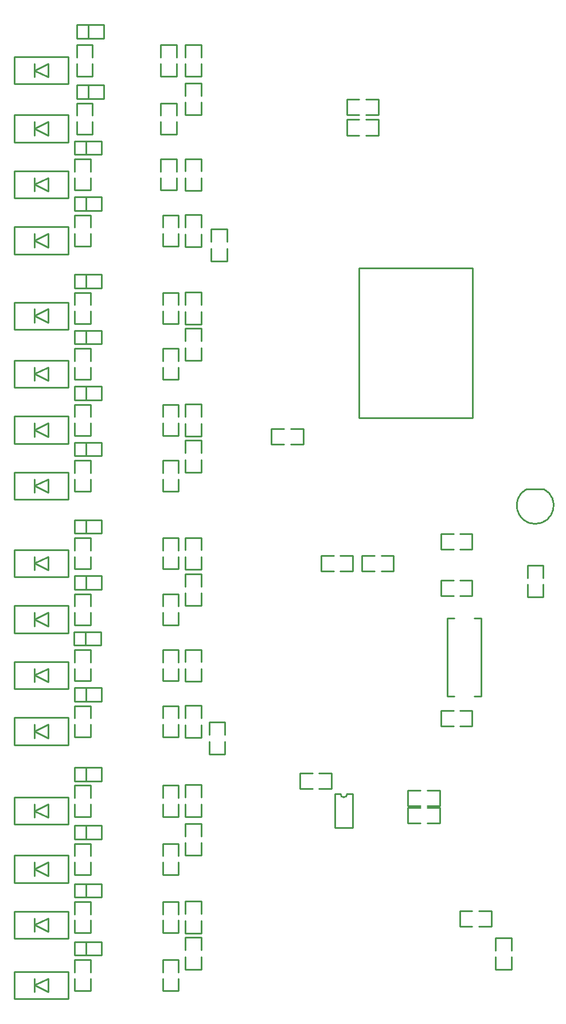
<source format=gbr>
G04 DipTrace 3.0.0.1*
G04 Íèæíÿÿìàðêèðîâêà.gbr*
%MOIN*%
G04 #@! TF.FileFunction,Legend,Bot*
G04 #@! TF.Part,Single*
%ADD10C,0.009843*%
%FSLAX26Y26*%
G04*
G70*
G90*
G75*
G01*
G04 BotSilk*
%LPD*%
X1708983Y5908074D2*
D10*
Y5835228D1*
X1618425D1*
Y5908074D1*
X1708983Y6016339D2*
Y5943493D1*
Y6016339D2*
X1618425D1*
Y5943493D2*
Y6016339D1*
X1708983Y5570554D2*
Y5497709D1*
X1618425D1*
Y5570554D1*
X1708983Y5678819D2*
Y5605973D1*
Y5678819D2*
X1618425D1*
Y5605973D2*
Y5678819D1*
X1696483Y5245554D2*
Y5172709D1*
X1605925D1*
Y5245554D1*
X1696483Y5353819D2*
Y5280973D1*
Y5353819D2*
X1605925D1*
Y5280973D2*
Y5353819D1*
X1696483Y4920554D2*
Y4847709D1*
X1605925D1*
Y4920554D1*
X1696483Y5028819D2*
Y4955973D1*
Y5028819D2*
X1605925D1*
Y4955973D2*
Y5028819D1*
X1696483Y4470594D2*
Y4397748D1*
X1605925D1*
Y4470594D1*
X1696483Y4578858D2*
Y4506013D1*
Y4578858D2*
X1605925D1*
Y4506013D2*
Y4578858D1*
X1696483Y4145594D2*
Y4072748D1*
X1605925D1*
Y4145594D1*
X1696483Y4253858D2*
Y4181013D1*
Y4253858D2*
X1605925D1*
Y4181013D2*
Y4253858D1*
X1696483Y3820574D2*
Y3747728D1*
X1605925D1*
Y3820574D1*
X1696483Y3928839D2*
Y3855993D1*
Y3928839D2*
X1605925D1*
Y3855993D2*
Y3928839D1*
X1696483Y3495594D2*
Y3422748D1*
X1605925D1*
Y3495594D1*
X1696483Y3603858D2*
Y3531013D1*
Y3603858D2*
X1605925D1*
Y3531013D2*
Y3603858D1*
X1696463Y3045554D2*
Y2972709D1*
X1605906D1*
Y3045554D1*
X1696463Y3153819D2*
Y3080973D1*
Y3153819D2*
X1605906D1*
Y3080973D2*
Y3153819D1*
X1696483Y2720554D2*
Y2647709D1*
X1605925D1*
Y2720554D1*
X1696483Y2828819D2*
Y2755973D1*
Y2828819D2*
X1605925D1*
Y2755973D2*
Y2828819D1*
X1696483Y2395554D2*
Y2322709D1*
X1605925D1*
Y2395554D1*
X1696483Y2503819D2*
Y2430973D1*
Y2503819D2*
X1605925D1*
Y2430973D2*
Y2503819D1*
X1696483Y2070554D2*
Y1997709D1*
X1605925D1*
Y2070554D1*
X1696483Y2178819D2*
Y2105973D1*
Y2178819D2*
X1605925D1*
Y2105973D2*
Y2178819D1*
X1696483Y1608074D2*
Y1535228D1*
X1605925D1*
Y1608074D1*
X1696483Y1716339D2*
Y1643493D1*
Y1716339D2*
X1605925D1*
Y1643493D2*
Y1716339D1*
X1696483Y1270594D2*
Y1197748D1*
X1605925D1*
Y1270594D1*
X1696483Y1378858D2*
Y1306013D1*
Y1378858D2*
X1605925D1*
Y1306013D2*
Y1378858D1*
X1696483Y933074D2*
Y860228D1*
X1605925D1*
Y933074D1*
X1696483Y1041339D2*
Y968493D1*
Y1041339D2*
X1605925D1*
Y968493D2*
Y1041339D1*
X1696483Y595554D2*
Y522709D1*
X1605925D1*
Y595554D1*
X1696483Y703819D2*
Y630973D1*
Y703819D2*
X1605925D1*
Y630973D2*
Y703819D1*
X2105899Y5943501D2*
Y6016346D1*
X2196457D1*
Y5943501D1*
X2105899Y5835236D2*
Y5908082D1*
Y5835236D2*
X2196457D1*
Y5908082D2*
Y5835236D1*
X2105899Y5605981D2*
Y5678827D1*
X2196457D1*
Y5605981D1*
X2105899Y5497717D2*
Y5570562D1*
Y5497717D2*
X2196457D1*
Y5570562D2*
Y5497717D1*
X2105919Y5280981D2*
Y5353827D1*
X2196476D1*
Y5280981D1*
X2105919Y5172717D2*
Y5245562D1*
Y5172717D2*
X2196476D1*
Y5245562D2*
Y5172717D1*
X2118419Y4955981D2*
Y5028827D1*
X2208976D1*
Y4955981D1*
X2118419Y4847717D2*
Y4920562D1*
Y4847717D2*
X2208976D1*
Y4920562D2*
Y4847717D1*
X2118419Y4506020D2*
Y4578866D1*
X2208976D1*
Y4506020D1*
X2118419Y4397756D2*
Y4470602D1*
Y4397756D2*
X2208976D1*
Y4470602D2*
Y4397756D1*
X2118419Y4181020D2*
Y4253866D1*
X2208976D1*
Y4181020D1*
X2118419Y4072756D2*
Y4145602D1*
Y4072756D2*
X2208976D1*
Y4145602D2*
Y4072756D1*
X2118419Y3856020D2*
Y3928866D1*
X2208976D1*
Y3856020D1*
X2118419Y3747756D2*
Y3820602D1*
Y3747756D2*
X2208976D1*
Y3820602D2*
Y3747756D1*
X2118419Y3531020D2*
Y3603866D1*
X2208976D1*
Y3531020D1*
X2118419Y3422756D2*
Y3495602D1*
Y3422756D2*
X2208976D1*
Y3495602D2*
Y3422756D1*
X2118419Y3080981D2*
Y3153827D1*
X2208976D1*
Y3080981D1*
X2118419Y2972717D2*
Y3045562D1*
Y2972717D2*
X2208976D1*
Y3045562D2*
Y2972717D1*
X2118419Y2755981D2*
Y2828827D1*
X2208976D1*
Y2755981D1*
X2118419Y2647717D2*
Y2720562D1*
Y2647717D2*
X2208976D1*
Y2720562D2*
Y2647717D1*
X2118419Y2430981D2*
Y2503827D1*
X2208976D1*
Y2430981D1*
X2118419Y2322717D2*
Y2395562D1*
Y2322717D2*
X2208976D1*
Y2395562D2*
Y2322717D1*
X2118419Y2105981D2*
Y2178827D1*
X2208976D1*
Y2105981D1*
X2118419Y1997717D2*
Y2070562D1*
Y1997717D2*
X2208976D1*
Y2070562D2*
Y1997717D1*
X2118419Y1643501D2*
Y1716346D1*
X2208976D1*
Y1643501D1*
X2118419Y1535236D2*
Y1608082D1*
Y1535236D2*
X2208976D1*
Y1608082D2*
Y1535236D1*
X2118419Y1306020D2*
Y1378866D1*
X2208976D1*
Y1306020D1*
X2118419Y1197756D2*
Y1270602D1*
Y1197756D2*
X2208976D1*
Y1270602D2*
Y1197756D1*
X2118419Y968501D2*
Y1041346D1*
X2208976D1*
Y968501D1*
X2118419Y860236D2*
Y933082D1*
Y860236D2*
X2208976D1*
Y933082D2*
Y860236D1*
X2118419Y630981D2*
Y703827D1*
X2208976D1*
Y630981D1*
X2118419Y522717D2*
Y595562D1*
Y522717D2*
X2208976D1*
Y595562D2*
Y522717D1*
X2490227Y4833727D2*
Y4760877D1*
X2399676D1*
Y4833727D1*
X2490227Y4945916D2*
Y4873066D1*
Y4945916D2*
X2399676D1*
Y4873066D2*
Y4945916D1*
X2477727Y1970586D2*
Y1897736D1*
X2387176D1*
Y1970586D1*
X2477727Y2082776D2*
Y2009926D1*
Y2082776D2*
X2387176D1*
Y2009926D2*
Y2082776D1*
X3807641Y2817168D2*
X3734795D1*
Y2907726D1*
X3807641D1*
X3915906Y2817168D2*
X3843060D1*
X3915906D2*
Y2907726D1*
X3843060D2*
X3915906D1*
X3807641Y2061445D2*
X3734795D1*
Y2152003D1*
X3807641D1*
X3915906Y2061445D2*
X3843060D1*
X3915906D2*
Y2152003D1*
X3843060D2*
X3915906D1*
X4143235Y721460D2*
Y648614D1*
X4052677D1*
Y721460D1*
X4143235Y829724D2*
Y756879D1*
Y829724D2*
X4052677D1*
Y756879D2*
Y829724D1*
X3843068Y3176483D2*
X3915913D1*
Y3085925D1*
X3843068D1*
X3734803Y3176483D2*
X3807649D1*
X3734803D2*
Y3085925D1*
X3807649D2*
X3734803D1*
X3257451Y4719951D2*
X3917451D1*
Y3849951D1*
X3257451D1*
Y4719951D1*
X3926669Y2687248D2*
X3968008D1*
Y2234472D1*
X3771157Y2687248D2*
Y2234472D1*
X3926669D2*
X3968008D1*
X3771157Y2687248D2*
X3812496D1*
X3771157Y2234472D2*
X3812496D1*
X2249685Y5945457D2*
Y6018307D1*
X2340236D1*
Y5945457D1*
X2249685Y5833268D2*
Y5906118D1*
Y5833268D2*
X2340236D1*
Y5906118D2*
Y5833268D1*
X2249685Y3082937D2*
Y3155787D1*
X2340236D1*
Y3082937D1*
X2249685Y2970748D2*
Y3043598D1*
Y2970748D2*
X2340236D1*
Y3043598D2*
Y2970748D1*
Y5683086D2*
Y5610236D1*
X2249685D1*
Y5683086D1*
X2340236Y5795276D2*
Y5722426D1*
Y5795276D2*
X2249685D1*
Y5722426D2*
Y5795276D1*
X2340236Y2833086D2*
Y2760236D1*
X2249685D1*
Y2833086D1*
X2340236Y2945276D2*
Y2872426D1*
Y2945276D2*
X2249685D1*
Y2872426D2*
Y2945276D1*
Y5282937D2*
Y5355787D1*
X2340236D1*
Y5282937D1*
X2249685Y5170748D2*
Y5243598D1*
Y5170748D2*
X2340236D1*
Y5243598D2*
Y5170748D1*
X2249685Y2432937D2*
Y2505787D1*
X2340236D1*
Y2432937D1*
X2249685Y2320748D2*
Y2393598D1*
Y2320748D2*
X2340236D1*
Y2393598D2*
Y2320748D1*
X2249685Y4957937D2*
Y5030787D1*
X2340236D1*
Y4957937D1*
X2249685Y4845748D2*
Y4918598D1*
Y4845748D2*
X2340236D1*
Y4918598D2*
Y4845748D1*
X2249685Y2107937D2*
Y2180787D1*
X2340236D1*
Y2107937D1*
X2249685Y1995748D2*
Y2068598D1*
Y1995748D2*
X2340236D1*
Y2068598D2*
Y1995748D1*
Y4468637D2*
Y4395787D1*
X2249685D1*
Y4468637D1*
X2340236Y4580827D2*
Y4507977D1*
Y4580827D2*
X2249685D1*
Y4507977D2*
Y4580827D1*
X2340227Y1608086D2*
Y1535236D1*
X2249676D1*
Y1608086D1*
X2340227Y1720276D2*
Y1647426D1*
Y1720276D2*
X2249676D1*
Y1647426D2*
Y1720276D1*
X2340236Y4258086D2*
Y4185236D1*
X2249685D1*
Y4258086D1*
X2340236Y4370276D2*
Y4297426D1*
Y4370276D2*
X2249685D1*
Y4297426D2*
Y4370276D1*
X2340236Y1383086D2*
Y1310236D1*
X2249685D1*
Y1383086D1*
X2340236Y1495276D2*
Y1422426D1*
Y1495276D2*
X2249685D1*
Y1422426D2*
Y1495276D1*
Y3857977D2*
Y3930827D1*
X2340236D1*
Y3857977D1*
X2249685Y3745787D2*
Y3818637D1*
Y3745787D2*
X2340236D1*
Y3818637D2*
Y3745787D1*
X2249685Y970457D2*
Y1043307D1*
X2340236D1*
Y970457D1*
X2249685Y858268D2*
Y931118D1*
Y858268D2*
X2340236D1*
Y931118D2*
Y858268D1*
Y3608086D2*
Y3535236D1*
X2249685D1*
Y3608086D1*
X2340236Y3720276D2*
Y3647426D1*
Y3720276D2*
X2249685D1*
Y3647426D2*
Y3720276D1*
X2340236Y720586D2*
Y647736D1*
X2249685D1*
Y720586D1*
X2340236Y832776D2*
Y759926D1*
Y832776D2*
X2249685D1*
Y759926D2*
Y832776D1*
X2821837Y3698425D2*
X2748987D1*
Y3788976D1*
X2821837D1*
X2934026Y3698425D2*
X2861176D1*
X2934026D2*
Y3788976D1*
X2861176D2*
X2934026D1*
X3955566Y988976D2*
X4028416D1*
Y898425D1*
X3955566D1*
X3843377Y988976D2*
X3916227D1*
X3843377D2*
Y898425D1*
X3916227D2*
X3843377D1*
X3386815Y3051476D2*
X3459665D1*
Y2960925D1*
X3386815D1*
X3274626Y3051476D2*
X3347476D1*
X3274626D2*
Y2960925D1*
X3347476D2*
X3274626D1*
X4327727Y2883086D2*
Y2810236D1*
X4237176D1*
Y2883086D1*
X4327727Y2995276D2*
Y2922426D1*
Y2995276D2*
X4237176D1*
Y2922426D2*
Y2995276D1*
X3149315Y3051476D2*
X3222165D1*
Y2960925D1*
X3149315D1*
X3037126Y3051476D2*
X3109976D1*
X3037126D2*
Y2960925D1*
X3109976D2*
X3037126D1*
X1254646Y5789961D2*
X1569606D1*
Y5947441D1*
X1254646D1*
Y5789961D1*
X1372756Y5908071D2*
Y5829331D1*
Y5868701D2*
X1451496Y5829331D1*
Y5908071D1*
X1372756Y5868701D1*
X1254646Y5452461D2*
X1569606D1*
Y5609941D1*
X1254646D1*
Y5452461D1*
X1372756Y5570571D2*
Y5491831D1*
Y5531201D2*
X1451496Y5491831D1*
Y5570571D1*
X1372756Y5531201D1*
X1254646Y5127461D2*
X1569606D1*
Y5284941D1*
X1254646D1*
Y5127461D1*
X1372756Y5245571D2*
Y5166831D1*
Y5206201D2*
X1451496Y5166831D1*
Y5245571D1*
X1372756Y5206201D1*
X1254646Y4802461D2*
X1569606D1*
Y4959941D1*
X1254646D1*
Y4802461D1*
X1372756Y4920571D2*
Y4841831D1*
Y4881201D2*
X1451496Y4841831D1*
Y4920571D1*
X1372756Y4881201D1*
X1254646Y4364961D2*
X1569606D1*
Y4522441D1*
X1254646D1*
Y4364961D1*
X1372756Y4483071D2*
Y4404331D1*
Y4443701D2*
X1451496Y4404331D1*
Y4483071D1*
X1372756Y4443701D1*
X1254646Y4027461D2*
X1569606D1*
Y4184941D1*
X1254646D1*
Y4027461D1*
X1372756Y4145571D2*
Y4066831D1*
Y4106201D2*
X1451496Y4066831D1*
Y4145571D1*
X1372756Y4106201D1*
X1254646Y3702461D2*
X1569606D1*
Y3859941D1*
X1254646D1*
Y3702461D1*
X1372756Y3820571D2*
Y3741831D1*
Y3781201D2*
X1451496Y3741831D1*
Y3820571D1*
X1372756Y3781201D1*
X1254646Y3377461D2*
X1569606D1*
Y3534941D1*
X1254646D1*
Y3377461D1*
X1372756Y3495571D2*
Y3416831D1*
Y3456201D2*
X1451496Y3416831D1*
Y3495571D1*
X1372756Y3456201D1*
X1254646Y2927461D2*
X1569606D1*
Y3084941D1*
X1254646D1*
Y2927461D1*
X1372756Y3045571D2*
Y2966831D1*
Y3006201D2*
X1451496Y2966831D1*
Y3045571D1*
X1372756Y3006201D1*
X1254646Y2602461D2*
X1569606D1*
Y2759941D1*
X1254646D1*
Y2602461D1*
X1372756Y2720571D2*
Y2641831D1*
Y2681201D2*
X1451496Y2641831D1*
Y2720571D1*
X1372756Y2681201D1*
X1254646Y2277461D2*
X1569606D1*
Y2434941D1*
X1254646D1*
Y2277461D1*
X1372756Y2395571D2*
Y2316831D1*
Y2356201D2*
X1451496Y2316831D1*
Y2395571D1*
X1372756Y2356201D1*
X1254646Y1952461D2*
X1569606D1*
Y2109941D1*
X1254646D1*
Y1952461D1*
X1372756Y2070571D2*
Y1991831D1*
Y2031201D2*
X1451496Y1991831D1*
Y2070571D1*
X1372756Y2031201D1*
X1254646Y1489961D2*
X1569606D1*
Y1647441D1*
X1254646D1*
Y1489961D1*
X1372756Y1608071D2*
Y1529331D1*
Y1568701D2*
X1451496Y1529331D1*
Y1608071D1*
X1372756Y1568701D1*
X1254646Y1152461D2*
X1569606D1*
Y1309941D1*
X1254646D1*
Y1152461D1*
X1372756Y1270571D2*
Y1191831D1*
Y1231201D2*
X1451496Y1191831D1*
Y1270571D1*
X1372756Y1231201D1*
X1254646Y827461D2*
X1569606D1*
Y984941D1*
X1254646D1*
Y827461D1*
X1372756Y945571D2*
Y866831D1*
Y906201D2*
X1451496Y866831D1*
Y945571D1*
X1372756Y906201D1*
X1254646Y477461D2*
X1569606D1*
Y634941D1*
X1254646D1*
Y477461D1*
X1372756Y595571D2*
Y516831D1*
Y556201D2*
X1451496Y516831D1*
Y595571D1*
X1372756Y556201D1*
X1617736Y6054331D2*
Y6133071D1*
X1775217D1*
Y6054331D1*
X1617736D1*
X1684665Y6133071D2*
Y6054331D1*
X1617736Y5704331D2*
Y5783071D1*
X1775217D1*
Y5704331D1*
X1617736D1*
X1684665Y5783071D2*
Y5704331D1*
X1605236Y5379331D2*
Y5458071D1*
X1762717D1*
Y5379331D1*
X1605236D1*
X1672165Y5458071D2*
Y5379331D1*
X1605236Y5054331D2*
Y5133071D1*
X1762717D1*
Y5054331D1*
X1605236D1*
X1672165Y5133071D2*
Y5054331D1*
X1605236Y4604331D2*
Y4683071D1*
X1762717D1*
Y4604331D1*
X1605236D1*
X1672165Y4683071D2*
Y4604331D1*
X1605236Y4279331D2*
Y4358071D1*
X1762717D1*
Y4279331D1*
X1605236D1*
X1672165Y4358071D2*
Y4279331D1*
X1605236Y3954331D2*
Y4033071D1*
X1762717D1*
Y3954331D1*
X1605236D1*
X1672165Y4033071D2*
Y3954331D1*
X1605236Y3629331D2*
Y3708071D1*
X1762717D1*
Y3629331D1*
X1605236D1*
X1672165Y3708071D2*
Y3629331D1*
X1605236Y3179331D2*
Y3258071D1*
X1762717D1*
Y3179331D1*
X1605236D1*
X1672165Y3258071D2*
Y3179331D1*
X1605236Y2854331D2*
Y2933071D1*
X1762717D1*
Y2854331D1*
X1605236D1*
X1672165Y2933071D2*
Y2854331D1*
X1602185Y2529331D2*
Y2608071D1*
X1759665D1*
Y2529331D1*
X1602185D1*
X1669114Y2608071D2*
Y2529331D1*
X1605236Y2204331D2*
Y2283071D1*
X1762717D1*
Y2204331D1*
X1605236D1*
X1672165Y2283071D2*
Y2204331D1*
X1605236Y1741831D2*
Y1820571D1*
X1762717D1*
Y1741831D1*
X1605236D1*
X1672165Y1820571D2*
Y1741831D1*
X1605236Y1404331D2*
Y1483071D1*
X1762717D1*
Y1404331D1*
X1605236D1*
X1672165Y1483071D2*
Y1404331D1*
X1605236Y1066831D2*
Y1145571D1*
X1762717D1*
Y1066831D1*
X1605236D1*
X1672165Y1145571D2*
Y1066831D1*
X1605236Y729331D2*
Y808071D1*
X1762717D1*
Y729331D1*
X1605236D1*
X1672165Y808071D2*
Y729331D1*
X4332441Y3437436D2*
G02X4232440Y3437436I-50001J-94937D01*
G01*
X4332441D1*
X3298676Y5582727D2*
X3371526D1*
Y5492176D1*
X3298676D1*
X3186487Y5582727D2*
X3259337D1*
X3186487D2*
Y5492176D1*
X3259337D2*
X3186487D1*
X3298676Y5701476D2*
X3371526D1*
Y5610925D1*
X3298676D1*
X3186487Y5701476D2*
X3259337D1*
X3186487D2*
Y5610925D1*
X3259337D2*
X3186487D1*
X3221188Y1667128D2*
Y1470274D1*
X3118812Y1667128D2*
Y1470274D1*
X3221188D2*
X3118812D1*
X3189694Y1667128D2*
X3221188D1*
X3150306D2*
X3118812D1*
X3189694D2*
G02X3150306Y1667128I-19694J9D01*
G01*
X3615586Y1598425D2*
X3542736D1*
Y1688976D1*
X3615586D1*
X3727776Y1598425D2*
X3654926D1*
X3727776D2*
Y1688976D1*
X3654926D2*
X3727776D1*
X3615586Y1498425D2*
X3542736D1*
Y1588976D1*
X3615586D1*
X3727776Y1498425D2*
X3654926D1*
X3727776D2*
Y1588976D1*
X3654926D2*
X3727776D1*
X3024328Y1788983D2*
X3097173D1*
Y1698425D1*
X3024328D1*
X2916063Y1788983D2*
X2988909D1*
X2916063D2*
Y1698425D1*
X2988909D2*
X2916063D1*
M02*

</source>
